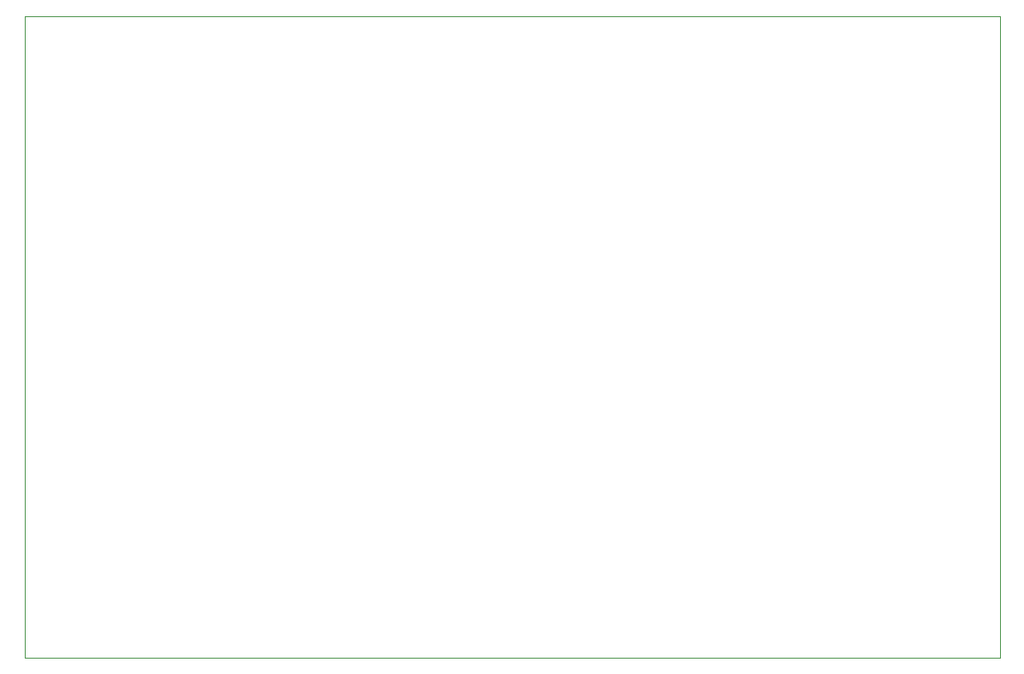
<source format=gbr>
%TF.GenerationSoftware,KiCad,Pcbnew,8.0.8*%
%TF.CreationDate,2025-07-15T12:33:29-07:00*%
%TF.ProjectId,complete_SR1,636f6d70-6c65-4746-955f-5352312e6b69,rev?*%
%TF.SameCoordinates,Original*%
%TF.FileFunction,Profile,NP*%
%FSLAX46Y46*%
G04 Gerber Fmt 4.6, Leading zero omitted, Abs format (unit mm)*
G04 Created by KiCad (PCBNEW 8.0.8) date 2025-07-15 12:33:29*
%MOMM*%
%LPD*%
G01*
G04 APERTURE LIST*
%TA.AperFunction,Profile*%
%ADD10C,0.050000*%
%TD*%
G04 APERTURE END LIST*
D10*
X12000000Y-12000000D02*
X108520000Y-12000000D01*
X108520000Y-75500000D01*
X12000000Y-75500000D01*
X12000000Y-12000000D01*
M02*

</source>
